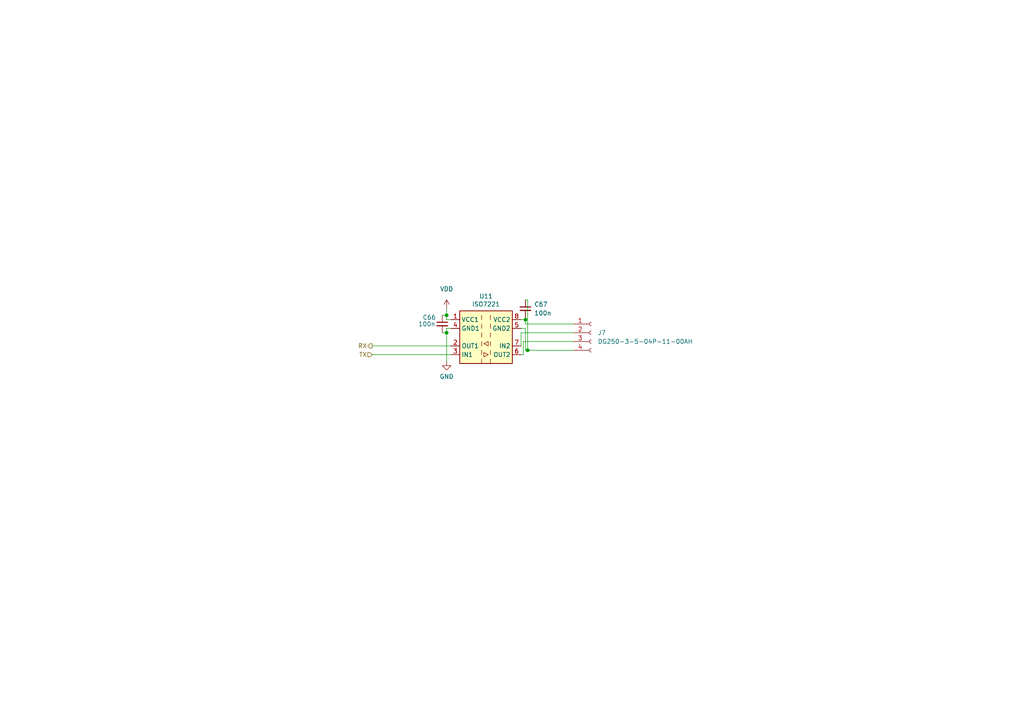
<source format=kicad_sch>
(kicad_sch (version 20211123) (generator eeschema)
  (paper "A4")
  (lib_symbols
    (symbol "Connector:Conn_01x04_Female" (pin_names (offset 1.016) hide)
      (property "Reference" "J" (at 0 5.08 0))
      (property "Value" "Conn_01x04_Female" (at 0 -7.62 0))
      (symbol "Conn_01x04_Female_1_1"
        (arc (start 0 -4.572) (mid -0.508 -5.08) (end 0 -5.588) (stroke (width 0.1524)))
        (arc (start 0 -2.032) (mid -0.508 -2.54) (end 0 -3.048) (stroke (width 0.1524)))
        (polyline (pts (xy -1.27 -5.08) (xy -0.508 -5.08)) (stroke (width 0.1524)))
        (polyline (pts (xy -1.27 -2.54) (xy -0.508 -2.54)) (stroke (width 0.1524)))
        (polyline (pts (xy -1.27 0) (xy -0.508 0)) (stroke (width 0.1524)))
        (polyline (pts (xy -1.27 2.54) (xy -0.508 2.54)) (stroke (width 0.1524)))
        (arc (start 0 0.508) (mid -0.508 0) (end 0 -0.508) (stroke (width 0.1524)))
        (arc (start 0 3.048) (mid -0.508 2.54) (end 0 2.032) (stroke (width 0.1524)))
        (pin passive line (at -5.08 2.54 0) (length 3.81) (name "Pin_1") (number "1"))
        (pin passive line (at -5.08 0 0) (length 3.81) (name "Pin_2") (number "2"))
        (pin passive line (at -5.08 -2.54 0) (length 3.81) (name "Pin_3") (number "3"))
        (pin passive line (at -5.08 -5.08 0) (length 3.81) (name "Pin_4") (number "4"))
      )
    )
    (symbol "Device:C_Small" (pin_numbers hide) (pin_names (offset 0.254) hide)
      (property "Reference" "C" (at 0.254 1.778 0))
      (property "Value" "C_Small" (at 0.254 -2.032 0))
      (symbol "C_Small_0_1"
        (polyline (pts (xy -1.524 -0.508) (xy 1.524 -0.508)) (stroke (width 0.3302)))
        (polyline (pts (xy -1.524 0.508) (xy 1.524 0.508)) (stroke (width 0.3048)))
      )
      (symbol "C_Small_1_1"
        (pin passive line (at 0 2.54 270) (length 2.032) (name "~") (number "1"))
        (pin passive line (at 0 -2.54 90) (length 2.032) (name "~") (number "2"))
      )
    )
    (symbol "LVModule-rescue:ISO7221-oe_isolation"
      (property "Reference" "U" (at 0 8.89 0))
      (property "Value" "ISO7221-oe_isolation" (at 0 11.43 0))
      (symbol "ISO7221-oe_isolation_1_1"
        (rectangle (start -7.62 7.62) (end 7.62 -7.62) (stroke (width 0.254)) (fill (type background)))
        (polyline (pts (xy -1.27 -6.35) (xy -1.27 -7.62)))
        (polyline (pts (xy -1.27 -3.81) (xy -1.27 -5.08)))
        (polyline (pts (xy -1.27 -1.27) (xy -1.27 -2.54)))
        (polyline (pts (xy -1.27 1.27) (xy -1.27 0)))
        (polyline (pts (xy -1.27 3.81) (xy -1.27 2.54)))
        (polyline (pts (xy -1.27 6.35) (xy -1.27 5.08)))
        (polyline (pts (xy 1.27 -6.35) (xy 1.27 -7.62)))
        (polyline (pts (xy 1.27 -3.81) (xy 1.27 -5.08)))
        (polyline (pts (xy 1.27 -1.27) (xy 1.27 -2.54)))
        (polyline (pts (xy 1.27 1.27) (xy 1.27 0)))
        (polyline (pts (xy 1.27 3.81) (xy 1.27 2.54)))
        (polyline (pts (xy 1.27 6.35) (xy 1.27 5.08)))
        (polyline (pts (xy -0.635 -4.445) (xy -0.635 -5.715) (xy 0.635 -5.08) (xy -0.635 -4.445)))
        (polyline (pts (xy 0.635 -2.54) (xy 0.635 -1.27) (xy -0.635 -1.905) (xy 0.635 -2.54)))
        (pin power_in line (at -10.16 5.08 0) (length 2.54) (name "VCC1") (number "1"))
        (pin output line (at -10.16 -2.54 0) (length 2.54) (name "OUT1") (number "2"))
        (pin input line (at -10.16 -5.08 0) (length 2.54) (name "IN1") (number "3"))
        (pin power_in line (at -10.16 2.54 0) (length 2.54) (name "GND1") (number "4"))
        (pin power_in line (at 10.16 2.54 180) (length 2.54) (name "GND2") (number "5"))
        (pin output line (at 10.16 -5.08 180) (length 2.54) (name "OUT2") (number "6"))
        (pin input line (at 10.16 -2.54 180) (length 2.54) (name "IN2") (number "7"))
        (pin power_in line (at 10.16 5.08 180) (length 2.54) (name "VCC2") (number "8"))
      )
    )
    (symbol "power:GND" (power) (pin_names (offset 0))
      (property "Value" "GND" (at 0 -3.81 0))
      (symbol "GND_0_1"
        (polyline (pts (xy 0 0) (xy 0 -1.27) (xy 1.27 -1.27) (xy 0 -2.54) (xy -1.27 -1.27) (xy 0 -1.27)))
      )
      (symbol "GND_1_1"
        (pin power_in line (at 0 0 270) (length 0) hide (name "GND") (number "1"))
      )
    )
    (symbol "power:VDD" (power) (pin_names (offset 0))
      (property "Value" "VDD" (at 0 3.81 0))
      (symbol "VDD_0_1"
        (polyline (pts (xy -0.762 1.27) (xy 0 2.54)))
        (polyline (pts (xy 0 0) (xy 0 2.54)))
        (polyline (pts (xy 0 2.54) (xy 0.762 1.27)))
      )
      (symbol "VDD_1_1"
        (pin power_in line (at 0 0 90) (length 0) hide (name "VDD") (number "1"))
      )
    )
  )
  (junction (at 129.54 91.44))
  (junction (at 129.54 96.52))
  (junction (at 153.035 101.6))
  (junction (at 152.4 92.71))
  (wire (pts (xy 151.765 102.87) (xy 151.765 99.06)))
  (wire (pts (xy 151.765 99.06) (xy 166.37 99.06)))
  (wire (pts (xy 129.54 91.44) (xy 128.27 91.44)))
  (wire (pts (xy 151.13 96.52) (xy 151.13 100.33)))
  (wire (pts (xy 129.54 95.25) (xy 129.54 96.52)))
  (wire (pts (xy 129.54 89.535) (xy 129.54 91.44)))
  (wire (pts (xy 129.54 92.71) (xy 129.54 91.44)))
  (wire (pts (xy 151.13 102.87) (xy 151.765 102.87)))
  (wire (pts (xy 166.37 93.98) (xy 152.4 93.98)))
  (wire (pts (xy 129.54 96.52) (xy 128.27 96.52)))
  (wire (pts (xy 152.4 92.075) (xy 152.4 92.71)))
  (wire (pts (xy 153.035 86.995) (xy 152.4 86.995)))
  (wire (pts (xy 153.035 101.6) (xy 152.4 101.6)))
  (wire (pts (xy 153.035 86.995) (xy 153.035 101.6)))
  (wire (pts (xy 130.81 92.71) (xy 129.54 92.71)))
  (wire (pts (xy 152.4 92.71) (xy 151.13 92.71)))
  (wire (pts (xy 166.37 101.6) (xy 153.035 101.6)))
  (wire (pts (xy 130.81 102.87) (xy 107.95 102.87)))
  (wire (pts (xy 129.54 96.52) (xy 129.54 104.775)))
  (wire (pts (xy 151.13 96.52) (xy 166.37 96.52)))
  (wire (pts (xy 152.4 101.6) (xy 152.4 95.25)))
  (wire (pts (xy 130.81 100.33) (xy 107.95 100.33)))
  (wire (pts (xy 152.4 95.25) (xy 151.13 95.25)))
  (wire (pts (xy 152.4 93.98) (xy 152.4 92.71)))
  (wire (pts (xy 130.81 95.25) (xy 129.54 95.25)))
  (hierarchical_label "RX" (shape output) (at 107.95 100.33 180))
  (hierarchical_label "TX" (shape input) (at 107.95 102.87 180))
  (symbol (lib_id "Connector:Conn_01x04_Female") (at 171.45 96.52 0) (unit 1)
    (property "Reference" "J7" (at 173.355 96.5199 0) (effects (justify left)))
    (property "Value" "DG250-3-5-04P-11-00AH" (at 173.355 99.0599 0) (effects (justify left)))
    (property "Footprint" "conn:DG250-3-5-04P-11-00AH" (effects hide))
    (property "Link" "https://ozdisan.com/Product/Detail/652297/DG250-3-5-04P-11-00AH" (effects hide))
    (property "Price" "0.28808" (effects hide))
  )
  (symbol (lib_id "Device:C_Small") (at 128.27 93.98 0) (unit 1)
    (property "Reference" "C66" (at 122.555 92.075 0) (effects (justify left)))
    (property "Value" "100n" (at 121.285 93.98 0) (effects (justify left)))
    (property "Footprint" "Capacitor_SMD:C_0603_1608Metric_Pad1.08x0.95mm_HandSolder" (effects hide))
    (property "Link" "https://ozdisan.com/passive-components/capacitors/smt-smd-and-mlcc-capacitors/CL10B104KB8NNNC" (effects hide))
    (property "Price" "0.00448" (effects hide))
  )
  (symbol (lib_id "power:GND") (at 129.54 104.775 0) (unit 1)
    (property "Reference" "#PWR087" (effects hide))
    (property "Value" "GND" (at 129.54 109.22 0))
  )
  (symbol (lib_id "power:VDD") (at 129.54 89.535 0) (unit 1)
    (property "Reference" "#PWR086" (effects hide))
    (property "Value" "VDD" (at 129.54 83.82 0))
  )
  (symbol (lib_id "LVModule-rescue:ISO7221-oe_isolation") (at 140.97 97.79 0) (unit 1)
    (property "Reference" "U11" (at 140.97 85.9282 0))
    (property "Value" "ISO7221" (at 140.97 88.2396 0))
    (property "Footprint" "Package_SO:SOIC-8_3.9x4.9mm_P1.27mm" (effects hide))
    (property "Link" "https://ozdisan.com/integrated-circuits-ics/interfaces-and-peripherals-ics/digital-isolators/ISO7221ADR" (effects hide))
    (property "Price" "4.9247" (effects hide))
  )
  (symbol (lib_id "Device:C_Small") (at 152.4 89.535 0) (unit 1)
    (property "Reference" "C67" (at 154.94 88.2712 0) (effects (justify left)))
    (property "Value" "100n" (at 154.94 90.8112 0) (effects (justify left)))
    (property "Footprint" "Capacitor_SMD:C_0603_1608Metric_Pad1.08x0.95mm_HandSolder" (effects hide))
    (property "Link" "https://ozdisan.com/passive-components/capacitors/smt-smd-and-mlcc-capacitors/CL10B104KB8NNNC" (effects hide))
    (property "Price" "0.00448" (effects hide))
  )
)
</source>
